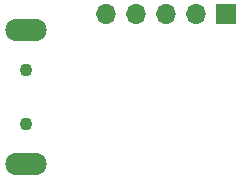
<source format=gbr>
%TF.GenerationSoftware,KiCad,Pcbnew,(7.0.0)*%
%TF.CreationDate,2023-02-23T15:33:30+08:00*%
%TF.ProjectId,CK,434b2e6b-6963-4616-945f-706362585858,rev?*%
%TF.SameCoordinates,Original*%
%TF.FileFunction,Soldermask,Bot*%
%TF.FilePolarity,Negative*%
%FSLAX46Y46*%
G04 Gerber Fmt 4.6, Leading zero omitted, Abs format (unit mm)*
G04 Created by KiCad (PCBNEW (7.0.0)) date 2023-02-23 15:33:30*
%MOMM*%
%LPD*%
G01*
G04 APERTURE LIST*
%ADD10R,1.700000X1.700000*%
%ADD11O,1.700000X1.700000*%
%ADD12O,3.500000X1.900000*%
%ADD13C,1.100000*%
G04 APERTURE END LIST*
D10*
%TO.C,J2*%
X112319999Y-98249999D03*
D11*
X109779999Y-98249999D03*
X107239999Y-98249999D03*
X104699999Y-98249999D03*
X102159999Y-98249999D03*
%TD*%
D12*
%TO.C,J1*%
X95399999Y-99599999D03*
X95399999Y-110999999D03*
D13*
X95400000Y-103000000D03*
X95400000Y-107600000D03*
%TD*%
M02*

</source>
